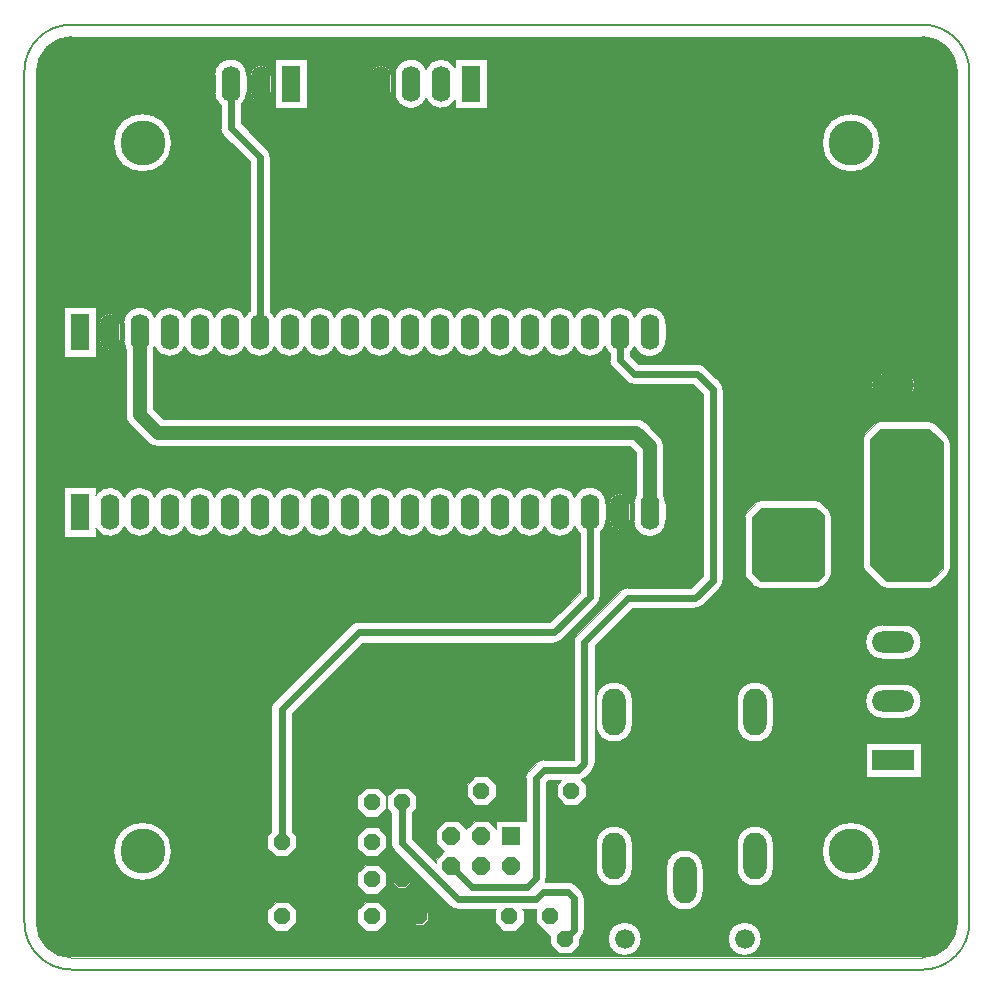
<source format=gbr>
G04 DesignSpark PCB Gerber Version 11.0 Build 5877*
%FSLAX35Y35*%
%MOIN*%
%AMT24*0 Octagon Pad at angle 0*4,1,8,-0.01077,-0.02600,0.01077,-0.02600,0.02600,-0.01077,0.02600,0.01077,0.01077,0.02600,-0.01077,0.02600,-0.02600,0.01077,-0.02600,-0.01077,-0.01077,-0.02600,0*%
%ADD24T24*%
%AMT73*0 Octagon Pad at angle 0*4,1,8,-0.01243,-0.03000,0.01243,-0.03000,0.03000,-0.01243,0.03000,0.01243,0.01243,0.03000,-0.01243,0.03000,-0.03000,0.01243,-0.03000,-0.01243,-0.01243,-0.03000,0*%
%ADD73T73*%
%ADD23O,0.06299X0.12000*%
%ADD28O,0.07800X0.15600*%
%ADD22R,0.06299X0.12000*%
%ADD29R,0.11024X0.14961*%
%ADD72R,0.06000X0.06000*%
%ADD19C,0.00394*%
%ADD12C,0.00500*%
%ADD70C,0.02362*%
%ADD71C,0.04724*%
%ADD21C,0.06000*%
%ADD25C,0.06600*%
%ADD20C,0.14961*%
%ADD27O,0.14100X0.07050*%
%ADD26R,0.14100X0.07050*%
X0Y0D02*
D02*
D12*
X1957480Y1658031D02*
Y1941929D01*
G75*
G03*
X1941929Y1957480I-15551J0D01*
G01*
X1658031D01*
G75*
G03*
X1642520Y1941969I0J-15512D01*
G01*
Y1658268D01*
G75*
G03*
X1658268Y1642520I15748J0D01*
G01*
X1941969D01*
G75*
G03*
X1957480Y1658031I0J15512D01*
G01*
D02*
D19*
X1646457Y1657992D02*
G75*
G03*
X1657992Y1646457I11535J0D01*
G01*
X1941811D01*
G75*
G03*
X1953543Y1658189I0J11732D01*
G01*
Y1941772D01*
G75*
G03*
X1941772Y1953543I-11772J0D01*
G01*
X1658268D01*
G75*
G03*
X1646457Y1941732I0J-11811D01*
G01*
Y1657992D01*
X1667599Y1857928D02*
G75*
G02*
X1674288I3344J0D01*
G01*
Y1852228D01*
G75*
G02*
X1667599I-3344J0D01*
G01*
Y1857928D01*
X1672213Y1918110D02*
G75*
G02*
X1691567I9677J0D01*
G01*
G75*
G02*
X1672213I-9677J0D01*
G01*
X1875307Y1772209D02*
Y1835906D01*
G75*
G03*
X1874314Y1838298I-3378J0D01*
G01*
X1869203Y1843409D01*
G75*
G03*
X1866811Y1844402I-2392J-2385D01*
G01*
X1847029D01*
X1844323Y1847108D01*
Y1848083D01*
G75*
G03*
X1845945Y1850334I-3378J4144D01*
G01*
G75*
G03*
X1856292Y1852228I5000J1893D01*
G01*
Y1857928D01*
G75*
G03*
X1845945Y1859822I-5346J0D01*
G01*
G75*
G03*
X1835945I-5000J-1893D01*
G01*
G75*
G03*
X1825945I-5000J-1893D01*
G01*
G75*
G03*
X1815945I-5000J-1893D01*
G01*
G75*
G03*
X1805945I-5000J-1893D01*
G01*
G75*
G03*
X1795945I-5000J-1893D01*
G01*
G75*
G03*
X1785945I-5000J-1893D01*
G01*
G75*
G03*
X1775945I-5000J-1893D01*
G01*
G75*
G03*
X1765945I-5000J-1893D01*
G01*
G75*
G03*
X1755945I-5000J-1893D01*
G01*
G75*
G03*
X1745945I-5000J-1893D01*
G01*
G75*
G03*
X1735945I-5000J-1893D01*
G01*
G75*
G03*
X1725945I-5000J-1893D01*
G01*
G75*
G03*
X1724323Y1862073I-5000J-1893D01*
G01*
Y1913461D01*
G75*
G03*
Y1913464I-1014J2D01*
G01*
G75*
G03*
Y1913465I-765J0D01*
G01*
G75*
G03*
X1723333Y1915853I-3378J0D01*
G01*
X1714638Y1924549D01*
Y1930800D01*
G75*
G03*
X1716607Y1934944I-3378J4144D01*
G01*
Y1940645D01*
G75*
G03*
X1705914I-5346J0D01*
G01*
Y1934944D01*
G75*
G03*
X1707882Y1930800I5346J0D01*
G01*
Y1923154D01*
G75*
G03*
Y1923150I1014J-2D01*
G01*
G75*
G03*
X1708871Y1920761I3378J-1D01*
G01*
X1717567Y1912065D01*
Y1862072D01*
G75*
G03*
X1715945Y1859822I3378J-4144D01*
G01*
G75*
G03*
X1705945I-5000J-1893D01*
G01*
G75*
G03*
X1695945I-5000J-1893D01*
G01*
G75*
G03*
X1685945I-5000J-1893D01*
G01*
G75*
G03*
X1675599Y1857928I-5000J-1893D01*
G01*
Y1852228D01*
G75*
G03*
X1676386Y1849435I5346J0D01*
G01*
Y1827441D01*
G75*
G03*
X1677721Y1824217I4559J0D01*
G01*
X1683666Y1818272D01*
G75*
G03*
X1686894Y1816937I3224J3224D01*
G01*
X1844529D01*
X1846386Y1815080D01*
Y1800720D01*
G75*
G03*
X1845599Y1797928I4559J-2792D01*
G01*
Y1792228D01*
G75*
G03*
X1856292I5346J0D01*
G01*
Y1797928D01*
G75*
G03*
X1855504Y1800722I-5346J0D01*
G01*
Y1816969D01*
G75*
G03*
X1854165Y1820196I-4559J0D01*
G01*
X1849645Y1824716D01*
G75*
G03*
X1846417Y1826055I-3228J-3220D01*
G01*
X1688778D01*
X1685504Y1829330D01*
Y1849434D01*
G75*
G03*
X1685945Y1850334I-4558J2793D01*
G01*
G75*
G03*
X1695945I5000J1893D01*
G01*
G75*
G03*
X1705945I5000J1893D01*
G01*
G75*
G03*
X1715945I5000J1893D01*
G01*
G75*
G03*
X1725945I5000J1893D01*
G01*
G75*
G03*
X1735945I5000J1893D01*
G01*
G75*
G03*
X1745945I5000J1893D01*
G01*
G75*
G03*
X1755945I5000J1893D01*
G01*
G75*
G03*
X1765945I5000J1893D01*
G01*
G75*
G03*
X1775945I5000J1893D01*
G01*
G75*
G03*
X1785945I5000J1893D01*
G01*
G75*
G03*
X1795945I5000J1893D01*
G01*
G75*
G03*
X1805945I5000J1893D01*
G01*
G75*
G03*
X1815945I5000J1893D01*
G01*
G75*
G03*
X1825945I5000J1893D01*
G01*
G75*
G03*
X1835945I5000J1893D01*
G01*
G75*
G03*
X1837567Y1848084I5000J1893D01*
G01*
Y1845713D01*
G75*
G03*
Y1845709I1014J-2D01*
G01*
G75*
G03*
X1838556Y1843320I3378J-1D01*
G01*
X1843241Y1838635D01*
G75*
G03*
X1845634Y1837646I2389J2389D01*
G01*
X1865412D01*
X1868551Y1834506D01*
Y1773604D01*
X1864743Y1769795D01*
X1843823D01*
G75*
G03*
X1841430Y1768806I-4J-3378D01*
G01*
X1826785Y1754160D01*
G75*
G03*
X1825795Y1751772I2389J-2389D01*
G01*
G75*
G03*
Y1751771I765J0D01*
G01*
G75*
G03*
Y1751768I1014J-2D01*
G01*
Y1712620D01*
X1825609Y1712433D01*
X1815787D01*
G75*
G03*
X1813395Y1711440I0J-3378D01*
G01*
X1810568Y1708613D01*
G75*
G03*
X1809575Y1706220I2385J-2392D01*
G01*
Y1692125D01*
X1799646D01*
Y1689474D01*
X1796994Y1692126D01*
X1792691D01*
X1789843Y1689278D01*
X1786994Y1692126D01*
X1782691D01*
X1779646Y1689081D01*
Y1684778D01*
X1782494Y1681929D01*
X1779646Y1679081D01*
Y1678084D01*
X1771606Y1686124D01*
Y1694863D01*
X1773025Y1696282D01*
Y1700254D01*
X1770214Y1703065D01*
X1766243D01*
X1763431Y1700254D01*
Y1696282D01*
X1764850Y1694863D01*
Y1684728D01*
G75*
G03*
Y1684725I1014J-2D01*
G01*
G75*
G03*
Y1684724I765J0D01*
G01*
G75*
G03*
X1765840Y1682336I3378J0D01*
G01*
X1784501Y1663674D01*
G75*
G03*
X1786894Y1662685I2389J2389D01*
G01*
X1799741D01*
X1799298Y1662242D01*
Y1658270D01*
X1802109Y1655459D01*
X1806080D01*
X1808891Y1658270D01*
Y1662242D01*
X1808448Y1662685D01*
X1813189D01*
G75*
G03*
X1813368Y1662690I0J3378D01*
G01*
X1812920Y1662242D01*
Y1658270D01*
X1817568Y1653622D01*
Y1651269D01*
X1817598Y1651299D01*
X1818139Y1650551D01*
X1820731Y1647959D01*
X1824702D01*
X1827513Y1650770D01*
Y1652776D01*
X1827936Y1653198D01*
G75*
G03*
X1828929Y1655591I-2385J2392D01*
G01*
Y1666417D01*
G75*
G03*
X1827936Y1668809I-3378J0D01*
G01*
X1826054Y1670692D01*
G75*
G03*
X1823661Y1671685I-2392J-2385D01*
G01*
X1816068D01*
G75*
G03*
X1816331Y1672992I-3115J1307D01*
G01*
G75*
G03*
Y1672993I-765J0D01*
G01*
G75*
G03*
Y1672996I-1014J2D01*
G01*
Y1704821D01*
X1817187Y1705677D01*
X1821532D01*
X1820046Y1704191D01*
Y1700219D01*
X1822857Y1697408D01*
X1826828D01*
X1829639Y1700219D01*
Y1704191D01*
X1828003Y1705827D01*
G75*
G03*
X1829396Y1706667I-995J3228D01*
G01*
X1831562Y1708832D01*
G75*
G03*
X1832551Y1711220I-2389J2389D01*
G01*
G75*
G03*
Y1711221I-765J0D01*
G01*
G75*
G03*
Y1711224I-1014J2D01*
G01*
Y1750372D01*
X1845218Y1763039D01*
X1866138D01*
G75*
G03*
X1868530Y1764029I4J3378D01*
G01*
X1874318Y1769816D01*
G75*
G03*
X1875307Y1772205I-2389J2389D01*
G01*
G75*
G03*
Y1772206I-765J0D01*
G01*
G75*
G03*
Y1772209I-1014J2D01*
G01*
X1856500Y1676243D02*
G75*
G02*
X1868695I6098J0D01*
G01*
Y1668444D01*
G75*
G02*
X1856500I-6097J0D01*
G01*
Y1676243D01*
X1833000Y1684243D02*
G75*
G02*
X1845195I6098J0D01*
G01*
Y1676444D01*
G75*
G02*
X1833000I-6097J0D01*
G01*
Y1684243D01*
X1837102Y1652756D02*
G75*
G02*
X1848095I5497J0D01*
G01*
G75*
G02*
X1837102I-5497J0D01*
G01*
X1833000Y1732243D02*
G75*
G02*
X1845195I6098J0D01*
G01*
Y1724444D01*
G75*
G02*
X1833000I-6097J0D01*
G01*
Y1732243D01*
X1813873Y1655551D02*
X1815511Y1653913D01*
Y1651599D01*
X1813873Y1649961D01*
X1811560D01*
X1809922Y1651599D01*
Y1653913D01*
X1811560Y1655551D01*
X1813873D01*
X1775251Y1663051D02*
X1776889Y1661413D01*
Y1659099D01*
X1775251Y1657461D01*
X1772938D01*
X1771300Y1659099D01*
Y1661413D01*
X1772938Y1663051D01*
X1775251D01*
X1769385Y1675433D02*
X1771023Y1673794D01*
Y1671481D01*
X1769385Y1669843D01*
X1767072D01*
X1765433Y1671481D01*
Y1673794D01*
X1767072Y1675433D01*
X1769385D01*
X1837599Y1797928D02*
G75*
G02*
X1844288I3344J0D01*
G01*
Y1792228D01*
G75*
G02*
X1837599I-3344J0D01*
G01*
Y1797928D01*
X1717914Y1940645D02*
G75*
G02*
X1724603I3344J0D01*
G01*
Y1934944D01*
G75*
G02*
X1717914I-3344J0D01*
G01*
Y1940645D01*
X1725914Y1945991D02*
X1736607D01*
Y1929598D01*
X1725914D01*
Y1945991D01*
X1758032Y1940645D02*
G75*
G02*
X1764721I3344J0D01*
G01*
Y1934944D01*
G75*
G02*
X1758032I-3344J0D01*
G01*
Y1940645D01*
X1786032Y1945991D02*
X1796725D01*
Y1929598D01*
X1786032D01*
Y1932312D01*
G75*
G02*
X1776378Y1933051I-4654J2632D01*
G01*
G75*
G02*
X1766032Y1934944I-5000J1893D01*
G01*
Y1940645D01*
G75*
G02*
X1776378Y1942538I5346J0D01*
G01*
G75*
G02*
X1786032Y1943277I5000J-1893D01*
G01*
Y1945991D01*
X1877102Y1652756D02*
G75*
G02*
X1888095I5497J0D01*
G01*
G75*
G02*
X1877102I-5497J0D01*
G01*
X1880000Y1684243D02*
G75*
G02*
X1892195I6098J0D01*
G01*
Y1676444D01*
G75*
G02*
X1880000I-6097J0D01*
G01*
Y1684243D01*
Y1732243D02*
G75*
G02*
X1892195I6098J0D01*
G01*
Y1724444D01*
G75*
G02*
X1880000I-6097J0D01*
G01*
Y1732243D01*
X1910630Y1795669D02*
G75*
G02*
X1911331Y1793976I-1693J-1693D01*
G01*
Y1774094D01*
G75*
G02*
X1910630Y1772402I-2394J0D01*
G01*
X1908582Y1770355D01*
G75*
G02*
X1906888Y1769654I-1693J1693D01*
G01*
X1887561D01*
G75*
G02*
X1885867Y1770355I-1J2394D01*
G01*
X1883307Y1772914D01*
G75*
G02*
X1882606Y1774606I1693J1693D01*
G01*
Y1793425D01*
G75*
G02*
X1883307Y1795118I2394J0D01*
G01*
X1886378Y1798189D01*
G75*
G02*
X1888072Y1798890I1693J-1693D01*
G01*
X1906416D01*
G75*
G02*
X1908110Y1798189I1J-2394D01*
G01*
X1910630Y1795669D01*
X1908433Y1681890D02*
G75*
G02*
X1927787I9677J0D01*
G01*
G75*
G02*
X1908433I-9677J0D01*
G01*
Y1918110D02*
G75*
G02*
X1927787I9677J0D01*
G01*
G75*
G02*
X1908433I-9677J0D01*
G01*
X1950315Y1819921D02*
G75*
G02*
X1951016Y1818228I-1693J-1693D01*
G01*
Y1776142D01*
G75*
G02*
X1950315Y1774449I-2394J0D01*
G01*
X1946220Y1770355D01*
G75*
G02*
X1944526Y1769654I-1693J1693D01*
G01*
X1929726D01*
G75*
G02*
X1928032Y1770355I-1J2394D01*
G01*
X1922756Y1775630D01*
G75*
G02*
X1922055Y1777323I1693J1693D01*
G01*
Y1819409D01*
G75*
G02*
X1922756Y1821102I2394J0D01*
G01*
X1926221Y1824567D01*
G75*
G02*
X1927915Y1825268I1693J-1693D01*
G01*
X1943975D01*
G75*
G02*
X1945669Y1824567I1J-2394D01*
G01*
X1950315Y1819921D01*
X1922918Y1718046D02*
X1941414D01*
Y1706602D01*
X1922918D01*
Y1718046D01*
X1935689Y1737731D02*
G75*
G02*
Y1726287I0J-5722D01*
G01*
X1928642D01*
G75*
G02*
Y1737731I0J5722D01*
G01*
X1935689D01*
Y1757417D02*
G75*
G02*
Y1745972I0J-5722D01*
G01*
X1928642D01*
G75*
G02*
Y1757417I0J5722D01*
G01*
X1935689D01*
X1935611Y1841121D02*
G75*
G02*
X1939331Y1837401I0J-3720D01*
G01*
G75*
G02*
X1935611Y1833680I-3720J0D01*
G01*
X1928563D01*
G75*
G02*
X1924843Y1837401I0J3720D01*
G01*
G75*
G02*
X1928563Y1841121I3720J0D01*
G01*
X1935611D01*
X1825945Y1799822D02*
G75*
G02*
X1836292Y1797928I5000J-1893D01*
G01*
Y1792228D01*
G75*
G02*
X1834323Y1788083I-5346J0D01*
G01*
Y1766736D01*
G75*
G02*
Y1766733I-1014J-2D01*
G01*
G75*
G02*
Y1766732I-765J0D01*
G01*
G75*
G02*
X1833333Y1764344I-3378J0D01*
G01*
X1821522Y1752533D01*
G75*
G02*
X1819130Y1751543I-2389J2389D01*
G01*
X1755297D01*
X1731606Y1727853D01*
Y1688523D01*
X1733025Y1687104D01*
Y1683132D01*
X1730214Y1680321D01*
X1726243D01*
X1723431Y1683132D01*
Y1687104D01*
X1724850Y1688523D01*
Y1729248D01*
G75*
G02*
Y1729251I1014J2D01*
G01*
G75*
G02*
Y1729252I765J0D01*
G01*
G75*
G02*
X1725840Y1731641I3378J0D01*
G01*
X1751509Y1757310D01*
G75*
G02*
X1753902Y1758299I2389J-2389D01*
G01*
X1817735D01*
X1827567Y1768131D01*
Y1788084D01*
G75*
G02*
X1825945Y1790334I3378J4144D01*
G01*
G75*
G02*
X1815945I-5000J1893D01*
G01*
G75*
G02*
X1805945I-5000J1893D01*
G01*
G75*
G02*
X1795945I-5000J1893D01*
G01*
G75*
G02*
X1785945I-5000J1893D01*
G01*
G75*
G02*
X1775945I-5000J1893D01*
G01*
G75*
G02*
X1765945I-5000J1893D01*
G01*
G75*
G02*
X1755945I-5000J1893D01*
G01*
G75*
G02*
X1745945I-5000J1893D01*
G01*
G75*
G02*
X1735945I-5000J1893D01*
G01*
G75*
G02*
X1725945I-5000J1893D01*
G01*
G75*
G02*
X1715945I-5000J1893D01*
G01*
G75*
G02*
X1705945I-5000J1893D01*
G01*
G75*
G02*
X1695945I-5000J1893D01*
G01*
G75*
G02*
X1685945I-5000J1893D01*
G01*
G75*
G02*
X1675945I-5000J1893D01*
G01*
G75*
G02*
X1666292Y1789595I-5000J1893D01*
G01*
Y1786881D01*
X1655599D01*
Y1803275D01*
X1666292D01*
Y1800561D01*
G75*
G02*
X1675945Y1799822I4654J-2632D01*
G01*
G75*
G02*
X1685945I5000J-1893D01*
G01*
G75*
G02*
X1695945I5000J-1893D01*
G01*
G75*
G02*
X1705945I5000J-1893D01*
G01*
G75*
G02*
X1715945I5000J-1893D01*
G01*
G75*
G02*
X1725945I5000J-1893D01*
G01*
G75*
G02*
X1735945I5000J-1893D01*
G01*
G75*
G02*
X1745945I5000J-1893D01*
G01*
G75*
G02*
X1755945I5000J-1893D01*
G01*
G75*
G02*
X1765945I5000J-1893D01*
G01*
G75*
G02*
X1775945I5000J-1893D01*
G01*
G75*
G02*
X1785945I5000J-1893D01*
G01*
G75*
G02*
X1795945I5000J-1893D01*
G01*
G75*
G02*
X1805945I5000J-1893D01*
G01*
G75*
G02*
X1815945I5000J-1893D01*
G01*
G75*
G02*
X1825945I5000J-1893D01*
G01*
X1796828Y1707002D02*
X1799639Y1704191D01*
Y1700219D01*
X1796828Y1697408D01*
X1792857D01*
X1790046Y1700219D01*
Y1704191D01*
X1792857Y1707002D01*
X1796828D01*
X1760214Y1665053D02*
X1763025Y1662242D01*
Y1658270D01*
X1760214Y1655459D01*
X1756243D01*
X1753431Y1658270D01*
Y1662242D01*
X1756243Y1665053D01*
X1760214D01*
Y1677435D02*
X1763025Y1674624D01*
Y1670652D01*
X1760214Y1667841D01*
X1756243D01*
X1753431Y1670652D01*
Y1674624D01*
X1756243Y1677435D01*
X1760214D01*
Y1689915D02*
X1763025Y1687104D01*
Y1683132D01*
X1760214Y1680321D01*
X1756243D01*
X1753431Y1683132D01*
Y1687104D01*
X1756243Y1689915D01*
X1760214D01*
Y1703065D02*
X1763025Y1700254D01*
Y1696282D01*
X1760214Y1693471D01*
X1756243D01*
X1753431Y1696282D01*
Y1700254D01*
X1756243Y1703065D01*
X1760214D01*
X1730214Y1665053D02*
X1733025Y1662242D01*
Y1658270D01*
X1730214Y1655459D01*
X1726243D01*
X1723431Y1658270D01*
Y1662242D01*
X1726243Y1665053D01*
X1730214D01*
X1672213Y1681890D02*
G75*
G02*
X1691567I9677J0D01*
G01*
G75*
G02*
X1672213I-9677J0D01*
G01*
X1655599Y1863275D02*
X1666292D01*
Y1846881D01*
X1655599D01*
Y1863275D01*
X1647714Y1652756D02*
G36*
X1647714Y1652756D02*
G75*
G03*
X1655870Y1646654I10279J5237D01*
G01*
X1943951D01*
G75*
G03*
X1952209Y1652756I-2140J11536D01*
G01*
X1888095D01*
G75*
G02*
X1877102I-5497J0D01*
G01*
X1848095D01*
G75*
G02*
X1837102I-5497J0D01*
G01*
X1827513D01*
Y1650770D01*
X1824702Y1647959D01*
X1820731D01*
X1818139Y1650551D01*
X1817598Y1651299D01*
X1817568Y1651269D01*
Y1652756D01*
X1815511D01*
Y1651599D01*
X1813873Y1649961D01*
X1811560D01*
X1809922Y1651599D01*
Y1652756D01*
X1647714D01*
G37*
X1646654Y1660256D02*
G36*
X1646654Y1660256D02*
Y1655870D01*
G75*
G03*
X1647714Y1652756I11340J2122D01*
G01*
X1809922D01*
Y1653913D01*
X1811560Y1655551D01*
X1813873D01*
X1815511Y1653913D01*
Y1652756D01*
X1817568D01*
Y1653622D01*
X1812920Y1658270D01*
Y1660256D01*
X1808891D01*
Y1658270D01*
X1806080Y1655459D01*
X1802109D01*
X1799298Y1658270D01*
Y1660256D01*
X1776889D01*
Y1659099D01*
X1775251Y1657461D01*
X1772938D01*
X1771300Y1659099D01*
Y1660256D01*
X1763025D01*
Y1658270D01*
X1760214Y1655459D01*
X1756243D01*
X1753431Y1658270D01*
Y1660256D01*
X1733025D01*
Y1658270D01*
X1730214Y1655459D01*
X1726243D01*
X1723431Y1658270D01*
Y1660256D01*
X1646654D01*
G37*
X1827513Y1652776D02*
G36*
X1827513Y1652776D02*
Y1652756D01*
X1837102D01*
G75*
G02*
X1848095I5497J0D01*
G01*
X1877102D01*
G75*
G02*
X1888095I5497J0D01*
G01*
X1952209D01*
G75*
G03*
X1953346Y1656049I-10399J5433D01*
G01*
Y1660256D01*
X1828929D01*
Y1655591D01*
G75*
G02*
X1827936Y1653198I-3381J1D01*
G01*
X1827513Y1652776D01*
G37*
X1646654Y1672344D02*
G36*
X1646654Y1672344D02*
Y1660256D01*
X1723431D01*
Y1662242D01*
X1726243Y1665053D01*
X1730214D01*
X1733025Y1662242D01*
Y1660256D01*
X1753431D01*
Y1662242D01*
X1756243Y1665053D01*
X1760214D01*
X1763025Y1662242D01*
Y1660256D01*
X1771300D01*
Y1661413D01*
X1772938Y1663051D01*
X1775251D01*
X1776889Y1661413D01*
Y1660256D01*
X1799298D01*
Y1662242D01*
X1799741Y1662685D01*
X1786894D01*
G75*
G02*
X1784501Y1663674I-4J3377D01*
G01*
X1775832Y1672344D01*
X1771023D01*
Y1671481D01*
X1769385Y1669843D01*
X1767072D01*
X1765433Y1671481D01*
Y1672344D01*
X1763025D01*
Y1670652D01*
X1760214Y1667841D01*
X1756243D01*
X1753431Y1670652D01*
Y1672344D01*
X1683477D01*
G75*
G02*
X1680302I-1587J9546D01*
G01*
X1646654D01*
G37*
X1808891Y1662242D02*
G36*
X1808891Y1662242D02*
Y1660256D01*
X1812920D01*
Y1662242D01*
X1813368Y1662690D01*
G75*
G02*
X1813189Y1662685I-179J3381D01*
G01*
X1808448D01*
X1808891Y1662242D01*
G37*
X1816268Y1672344D02*
G36*
X1816268Y1672344D02*
G75*
G02*
X1816068Y1671685I-3324J650D01*
G01*
X1823661D01*
G75*
G02*
X1826054Y1670692I-1J-3381D01*
G01*
X1827936Y1668809D01*
G75*
G02*
X1828929Y1666417I-2388J-2393D01*
G01*
Y1660256D01*
X1953346D01*
Y1672344D01*
X1919698D01*
G75*
G02*
X1916523I-1587J9546D01*
G01*
X1890611D01*
G75*
G02*
X1881585I-4513J4101D01*
G01*
X1868695D01*
Y1668444D01*
G75*
G02*
X1856500I-6097J0D01*
G01*
Y1672344D01*
X1843611D01*
G75*
G02*
X1834585I-4513J4101D01*
G01*
X1816268D01*
G37*
X1646654Y1681890D02*
G36*
X1646654Y1681890D02*
Y1672344D01*
X1680302D01*
G75*
G02*
X1672213Y1681890I1587J9546D01*
G01*
X1646654D01*
G37*
X1691567D02*
G36*
X1691567Y1681890D02*
G75*
G02*
X1683477Y1672344I-9677J0D01*
G01*
X1753431D01*
Y1674624D01*
X1756243Y1677435D01*
X1760214D01*
X1763025Y1674624D01*
Y1672344D01*
X1765433D01*
Y1673794D01*
X1767072Y1675433D01*
X1769385D01*
X1771023Y1673794D01*
Y1672344D01*
X1775832D01*
X1766286Y1681890D01*
X1761783D01*
X1760214Y1680321D01*
X1756243D01*
X1754674Y1681890D01*
X1731783D01*
X1730214Y1680321D01*
X1726243D01*
X1724674Y1681890D01*
X1691567D01*
G37*
X1775840D02*
G36*
X1775840Y1681890D02*
X1779646Y1678084D01*
Y1679081D01*
X1782455Y1681890D01*
X1775840D01*
G37*
X1816331Y1672992D02*
G36*
X1816331Y1672992D02*
G75*
G02*
X1816268Y1672344I-3387J2D01*
G01*
X1834585D01*
G75*
G02*
X1833000Y1676444I4513J4100D01*
G01*
Y1681890D01*
X1816331D01*
Y1672996D01*
Y1672993D01*
Y1672992D01*
G37*
X1845195Y1676444D02*
G36*
X1845195Y1676444D02*
G75*
G02*
X1843611Y1672344I-6097J0D01*
G01*
X1856500D01*
Y1676243D01*
Y1676244D01*
G75*
G02*
X1860296Y1681890I6097J0D01*
G01*
X1845195D01*
Y1676444D01*
G37*
X1868695Y1676243D02*
G36*
X1868695Y1676243D02*
Y1672344D01*
X1881585D01*
G75*
G02*
X1880000Y1676444I4513J4100D01*
G01*
Y1681890D01*
X1864900D01*
G75*
G02*
X1868695Y1676244I-2302J-5646D01*
G01*
Y1676243D01*
G37*
X1892195Y1676444D02*
G36*
X1892195Y1676444D02*
G75*
G02*
X1890611Y1672344I-6097J0D01*
G01*
X1916523D01*
G75*
G02*
X1908433Y1681890I1587J9546D01*
G01*
X1892195D01*
Y1676444D01*
G37*
X1927787Y1681890D02*
G36*
X1927787Y1681890D02*
G75*
G02*
X1919698Y1672344I-9677J0D01*
G01*
X1953346D01*
Y1681890D01*
X1927787D01*
G37*
X1646654Y1702205D02*
G36*
X1646654Y1702205D02*
Y1681890D01*
X1672213D01*
G75*
G02*
X1691567I9677J0D01*
G01*
X1724674D01*
X1723431Y1683132D01*
Y1687104D01*
X1724850Y1688523D01*
Y1702205D01*
X1646654D01*
G37*
X1731606D02*
G36*
X1731606Y1702205D02*
Y1688523D01*
X1733025Y1687104D01*
Y1683132D01*
X1731783Y1681890D01*
X1754674D01*
X1753431Y1683132D01*
Y1687104D01*
X1756243Y1689915D01*
X1760214D01*
X1763025Y1687104D01*
Y1683132D01*
X1761783Y1681890D01*
X1766286D01*
X1765840Y1682336D01*
G75*
G02*
X1764850Y1684724I2389J2389D01*
G01*
Y1684725D01*
Y1684728D01*
Y1694863D01*
X1763431Y1696282D01*
Y1700254D01*
X1765383Y1702205D01*
X1761074D01*
X1763025Y1700254D01*
Y1696282D01*
X1760214Y1693471D01*
X1756243D01*
X1753431Y1696282D01*
Y1700254D01*
X1755383Y1702205D01*
X1731606D01*
G37*
X1771606Y1694863D02*
G36*
X1771606Y1694863D02*
Y1686124D01*
X1775840Y1681890D01*
X1782455D01*
X1782494Y1681929D01*
X1779646Y1684778D01*
Y1689081D01*
X1782691Y1692126D01*
X1786994D01*
X1789843Y1689278D01*
X1792691Y1692126D01*
X1796994D01*
X1799646Y1689474D01*
Y1692125D01*
X1809575D01*
Y1702205D01*
X1799639D01*
Y1700219D01*
X1796828Y1697408D01*
X1792857D01*
X1790046Y1700219D01*
Y1702205D01*
X1771074D01*
X1773025Y1700254D01*
Y1696282D01*
X1771606Y1694863D01*
G37*
X1816331Y1702205D02*
G36*
X1816331Y1702205D02*
Y1681890D01*
X1833000D01*
Y1684243D01*
Y1684244D01*
G75*
G02*
X1845195I6098J0D01*
G01*
Y1684243D01*
Y1681890D01*
X1860296D01*
G75*
G02*
X1864900I2302J-5646D01*
G01*
X1880000D01*
Y1684243D01*
Y1684244D01*
G75*
G02*
X1892195I6098J0D01*
G01*
Y1684243D01*
Y1681890D01*
X1908433D01*
G75*
G02*
X1927787I9677J0D01*
G01*
X1953346D01*
Y1702205D01*
X1829639D01*
Y1700219D01*
X1826828Y1697408D01*
X1822857D01*
X1820046Y1700219D01*
Y1702205D01*
X1816331D01*
G37*
X1646654Y1712324D02*
G36*
X1646654Y1712324D02*
Y1702205D01*
X1724850D01*
Y1712324D01*
X1646654D01*
G37*
X1731606D02*
G36*
X1731606Y1712324D02*
Y1702205D01*
X1755383D01*
X1756243Y1703065D01*
X1760214D01*
X1761074Y1702205D01*
X1765383D01*
X1766243Y1703065D01*
X1770214D01*
X1771074Y1702205D01*
X1790046D01*
Y1704191D01*
X1792857Y1707002D01*
X1796828D01*
X1799639Y1704191D01*
Y1702205D01*
X1809575D01*
Y1706220D01*
G75*
G02*
X1810568Y1708613I3381J-1D01*
G01*
X1813395Y1711440D01*
G75*
G02*
X1814937Y1712324I2393J-2387D01*
G01*
X1731606D01*
G37*
X1816331Y1704821D02*
G36*
X1816331Y1704821D02*
Y1702205D01*
X1820046D01*
Y1704191D01*
X1821532Y1705677D01*
X1817187D01*
X1816331Y1704821D01*
G37*
X1829396Y1706667D02*
G36*
X1829396Y1706667D02*
G75*
G02*
X1828003Y1705827I-2391J2394D01*
G01*
X1829639Y1704191D01*
Y1702205D01*
X1953346D01*
Y1712324D01*
X1941414D01*
Y1706602D01*
X1922918D01*
Y1712324D01*
X1832551D01*
Y1711224D01*
Y1711221D01*
Y1711220D01*
G75*
G02*
X1831562Y1708832I-3378J0D01*
G01*
X1829396Y1706667D01*
G37*
X1646654Y1728344D02*
G36*
X1646654Y1728344D02*
Y1712324D01*
X1724850D01*
Y1728344D01*
X1646654D01*
G37*
X1731606Y1727853D02*
G36*
X1731606Y1727853D02*
Y1712324D01*
X1814937D01*
G75*
G02*
X1815787Y1712433I852J-3272D01*
G01*
X1825609D01*
X1825795Y1712620D01*
Y1728344D01*
X1732097D01*
X1731606Y1727853D01*
G37*
X1832551Y1728344D02*
G36*
X1832551Y1728344D02*
Y1712324D01*
X1922918D01*
Y1718046D01*
X1941414D01*
Y1712324D01*
X1953346D01*
Y1728344D01*
X1940084D01*
G75*
G02*
X1935689Y1726287I-4394J3665D01*
G01*
X1928642D01*
G75*
G02*
X1924248Y1728344I0J5722D01*
G01*
X1892195D01*
Y1724444D01*
G75*
G02*
X1880000I-6097J0D01*
G01*
Y1728344D01*
X1845195D01*
Y1724444D01*
G75*
G02*
X1833000I-6097J0D01*
G01*
Y1728344D01*
X1832551D01*
G37*
X1646654Y1751694D02*
G36*
X1646654Y1751694D02*
Y1728344D01*
X1724850D01*
Y1729248D01*
Y1729251D01*
Y1729252D01*
G75*
G02*
X1725840Y1731641I3378J0D01*
G01*
X1745893Y1751694D01*
X1646654D01*
G37*
X1755297Y1751543D02*
G36*
X1755297Y1751543D02*
X1732097Y1728344D01*
X1825795D01*
Y1751694D01*
X1820132D01*
G75*
G02*
X1819130Y1751543I-998J3226D01*
G01*
X1755297D01*
G37*
X1832551Y1750372D02*
G36*
X1832551Y1750372D02*
Y1728344D01*
X1833000D01*
Y1732243D01*
Y1732244D01*
G75*
G02*
X1845195I6098J0D01*
G01*
Y1732243D01*
Y1728344D01*
X1880000D01*
Y1732243D01*
Y1732244D01*
G75*
G02*
X1892195I6098J0D01*
G01*
Y1732243D01*
Y1728344D01*
X1924248D01*
G75*
G02*
X1922920Y1732009I4394J3665D01*
G01*
G75*
G02*
X1928642Y1737731I5722J0D01*
G01*
X1935689D01*
G75*
G02*
X1941412Y1732009I0J-5722D01*
G01*
G75*
G02*
X1940084Y1728344I-5722J0D01*
G01*
X1953346D01*
Y1751694D01*
X1941412D01*
G75*
G02*
X1935689Y1745972I-5722J0D01*
G01*
X1928642D01*
G75*
G02*
X1922920Y1751694I0J5722D01*
G01*
X1833873D01*
X1832551Y1750372D01*
G37*
X1646654Y1795078D02*
G36*
X1646654Y1795078D02*
Y1751694D01*
X1745893D01*
X1751509Y1757310D01*
G75*
G02*
X1753902Y1758299I2388J-2387D01*
G01*
X1817735D01*
X1827567Y1768131D01*
Y1788084D01*
G75*
G02*
X1825945Y1790334I3374J4141D01*
G01*
G75*
G02*
X1815945I-5000J1893D01*
G01*
G75*
G02*
X1805945I-5000J1893D01*
G01*
G75*
G02*
X1795945I-5000J1893D01*
G01*
G75*
G02*
X1785945I-5000J1893D01*
G01*
G75*
G02*
X1775945I-5000J1893D01*
G01*
G75*
G02*
X1765945I-5000J1893D01*
G01*
G75*
G02*
X1755945I-5000J1893D01*
G01*
G75*
G02*
X1745945I-5000J1893D01*
G01*
G75*
G02*
X1735945I-5000J1893D01*
G01*
G75*
G02*
X1725945I-5000J1893D01*
G01*
G75*
G02*
X1715945I-5000J1893D01*
G01*
G75*
G02*
X1705945I-5000J1893D01*
G01*
G75*
G02*
X1695945I-5000J1893D01*
G01*
G75*
G02*
X1685945I-5000J1893D01*
G01*
G75*
G02*
X1675945I-5000J1893D01*
G01*
G75*
G02*
X1666292Y1789595I-5000J1894D01*
G01*
Y1786881D01*
X1655599D01*
Y1795078D01*
X1646654D01*
G37*
X1821522Y1752533D02*
G36*
X1821522Y1752533D02*
G75*
G02*
X1820132Y1751694I-2388J2387D01*
G01*
X1825795D01*
Y1751768D01*
Y1751771D01*
Y1751772D01*
G75*
G02*
X1826785Y1754160I3378J0D01*
G01*
X1841430Y1768806D01*
G75*
G02*
X1843823Y1769795I2388J-2387D01*
G01*
X1864743D01*
X1868551Y1773604D01*
Y1795078D01*
X1856292D01*
Y1792228D01*
G75*
G02*
X1845599I-5346J0D01*
G01*
Y1795078D01*
X1844288D01*
Y1792228D01*
G75*
G02*
X1837599I-3344J0D01*
G01*
Y1795078D01*
X1836292D01*
Y1792228D01*
G75*
G02*
X1834323Y1788083I-5348J0D01*
G01*
Y1766736D01*
Y1766733D01*
Y1766732D01*
G75*
G02*
X1833333Y1764344I-3378J0D01*
G01*
X1821522Y1752533D01*
G37*
X1845218Y1763039D02*
G36*
X1845218Y1763039D02*
X1833873Y1751694D01*
X1922920D01*
G75*
G02*
X1928642Y1757417I5722J0D01*
G01*
X1935689D01*
G75*
G02*
X1941412Y1751694I0J-5722D01*
G01*
X1953346D01*
Y1795078D01*
X1951016D01*
Y1776142D01*
G75*
G02*
X1950315Y1774449I-2393J0D01*
G01*
X1946220Y1770355D01*
G75*
G02*
X1944526Y1769654I-1692J1691D01*
G01*
X1929726D01*
G75*
G02*
X1928032Y1770355I-2J2393D01*
G01*
X1922756Y1775630D01*
G75*
G02*
X1922055Y1777323I1692J1693D01*
G01*
Y1795078D01*
X1911062D01*
G75*
G02*
X1911331Y1793976I-2125J-1102D01*
G01*
Y1774094D01*
G75*
G02*
X1910630Y1772402I-2393J0D01*
G01*
X1908582Y1770355D01*
G75*
G02*
X1906888Y1769654I-1692J1691D01*
G01*
X1887561D01*
G75*
G02*
X1885867Y1770355I-2J2393D01*
G01*
X1883307Y1772914D01*
G75*
G02*
X1882606Y1774606I1692J1693D01*
G01*
Y1793425D01*
G75*
G02*
X1883269Y1795078I2393J0D01*
G01*
X1875307D01*
Y1772209D01*
Y1772206D01*
Y1772205D01*
G75*
G02*
X1874318Y1769816I-3378J0D01*
G01*
X1868530Y1764029D01*
G75*
G02*
X1866138Y1763039I-2388J2387D01*
G01*
X1845218D01*
G37*
X1646654Y1837401D02*
G36*
X1646654Y1837401D02*
Y1795078D01*
X1655599D01*
Y1803275D01*
X1666292D01*
Y1800561D01*
G75*
G02*
X1675945Y1799822I4654J-2633D01*
G01*
G75*
G02*
X1685945I5000J-1893D01*
G01*
G75*
G02*
X1695945I5000J-1893D01*
G01*
G75*
G02*
X1705945I5000J-1893D01*
G01*
G75*
G02*
X1715945I5000J-1893D01*
G01*
G75*
G02*
X1725945I5000J-1893D01*
G01*
G75*
G02*
X1735945I5000J-1893D01*
G01*
G75*
G02*
X1745945I5000J-1893D01*
G01*
G75*
G02*
X1755945I5000J-1893D01*
G01*
G75*
G02*
X1765945I5000J-1893D01*
G01*
G75*
G02*
X1775945I5000J-1893D01*
G01*
G75*
G02*
X1785945I5000J-1893D01*
G01*
G75*
G02*
X1795945I5000J-1893D01*
G01*
G75*
G02*
X1805945I5000J-1893D01*
G01*
G75*
G02*
X1815945I5000J-1893D01*
G01*
G75*
G02*
X1825945I5000J-1893D01*
G01*
G75*
G02*
X1836292Y1797928I5000J-1893D01*
G01*
Y1795078D01*
X1837599D01*
Y1797928D01*
G75*
G02*
X1844288I3344J0D01*
G01*
Y1795078D01*
X1845599D01*
Y1797928D01*
G75*
G02*
Y1797929I6445J0D01*
G01*
G75*
G02*
X1846386Y1800720I5344J0D01*
G01*
Y1815080D01*
X1844529Y1816937D01*
X1686894D01*
G75*
G02*
X1683666Y1818272I-3J4561D01*
G01*
X1677721Y1824217D01*
G75*
G02*
X1676386Y1827441I3226J3225D01*
G01*
Y1837401D01*
X1646654D01*
G37*
X1685504D02*
G36*
X1685504Y1837401D02*
Y1829330D01*
X1688778Y1826055D01*
X1846417D01*
G75*
G02*
X1849645Y1824716I0J-4559D01*
G01*
X1854165Y1820196D01*
G75*
G02*
X1855504Y1816969I-3220J-3228D01*
G01*
Y1800722D01*
G75*
G02*
X1856292Y1797928I-4560J-2794D01*
G01*
Y1795078D01*
X1868551D01*
Y1834506D01*
X1865657Y1837401D01*
X1685504D01*
G37*
X1875307Y1835906D02*
G36*
X1875307Y1835906D02*
Y1795078D01*
X1883269D01*
G75*
G02*
X1883307Y1795118I1731J-1658D01*
G01*
X1886378Y1798189D01*
G75*
G02*
X1888072Y1798890I1692J-1691D01*
G01*
X1906416D01*
G75*
G02*
X1908110Y1798189I2J-2393D01*
G01*
X1910630Y1795669D01*
G75*
G02*
X1911062Y1795078I-1692J-1693D01*
G01*
X1922055D01*
Y1819409D01*
G75*
G02*
X1922756Y1821102I2393J0D01*
G01*
X1926221Y1824567D01*
G75*
G02*
X1927915Y1825268I1692J-1691D01*
G01*
X1943975D01*
G75*
G02*
X1945669Y1824567I2J-2393D01*
G01*
X1950315Y1819921D01*
G75*
G02*
X1951016Y1818228I-1692J-1693D01*
G01*
Y1795078D01*
X1953346D01*
Y1837401D01*
X1939331D01*
G75*
G02*
X1935611Y1833680I-3720J0D01*
G01*
X1928563D01*
G75*
G02*
X1924843Y1837401I0J3720D01*
G01*
X1874958D01*
G75*
G02*
X1875307Y1835906I-3031J-1496D01*
G01*
G37*
X1646654Y1855078D02*
G36*
X1646654Y1855078D02*
Y1837401D01*
X1676386D01*
Y1849435D01*
G75*
G02*
X1675599Y1852227I4557J2791D01*
G01*
G75*
G02*
Y1852228I6445J0D01*
G01*
Y1855078D01*
X1674288D01*
Y1852228D01*
G75*
G02*
X1667599I-3344J0D01*
G01*
Y1855078D01*
X1666292D01*
Y1846881D01*
X1655599D01*
Y1855078D01*
X1646654D01*
G37*
X1685504Y1849434D02*
G36*
X1685504Y1849434D02*
Y1837401D01*
X1865657D01*
X1865412Y1837646D01*
X1845634D01*
G75*
G02*
X1843241Y1838635I-4J3377D01*
G01*
X1838556Y1843320D01*
G75*
G02*
X1837567Y1845709I2389J2389D01*
G01*
Y1845709D01*
Y1845713D01*
Y1848084D01*
G75*
G02*
X1835945Y1850334I3374J4141D01*
G01*
G75*
G02*
X1825945I-5000J1893D01*
G01*
G75*
G02*
X1815945I-5000J1893D01*
G01*
G75*
G02*
X1805945I-5000J1893D01*
G01*
G75*
G02*
X1795945I-5000J1893D01*
G01*
G75*
G02*
X1785945I-5000J1893D01*
G01*
G75*
G02*
X1775945I-5000J1893D01*
G01*
G75*
G02*
X1765945I-5000J1893D01*
G01*
G75*
G02*
X1755945I-5000J1893D01*
G01*
G75*
G02*
X1745945I-5000J1893D01*
G01*
G75*
G02*
X1735945I-5000J1893D01*
G01*
G75*
G02*
X1725945I-5000J1893D01*
G01*
G75*
G02*
X1715945I-5000J1893D01*
G01*
G75*
G02*
X1705945I-5000J1893D01*
G01*
G75*
G02*
X1695945I-5000J1893D01*
G01*
G75*
G02*
X1685945I-5000J1893D01*
G01*
G75*
G02*
X1685504Y1849434I-5026J1906D01*
G01*
G37*
X1844323Y1848083D02*
G36*
X1844323Y1848083D02*
Y1847108D01*
X1847029Y1844402D01*
X1866811D01*
G75*
G02*
X1869203Y1843409I-1J-3381D01*
G01*
X1874314Y1838298D01*
G75*
G02*
X1874958Y1837401I-2388J-2393D01*
G01*
X1924843D01*
G75*
G02*
X1928563Y1841121I3720J0D01*
G01*
X1935611D01*
G75*
G02*
X1939331Y1837401I0J-3720D01*
G01*
X1953346D01*
Y1855078D01*
X1856292D01*
Y1852228D01*
G75*
G02*
X1845945Y1850334I-5346J0D01*
G01*
G75*
G02*
X1844323Y1848083I-5000J1893D01*
G01*
G37*
X1646654Y1918110D02*
G36*
X1646654Y1918110D02*
Y1855078D01*
X1655599D01*
Y1863275D01*
X1666292D01*
Y1855078D01*
X1667599D01*
Y1857928D01*
G75*
G02*
X1674288I3344J0D01*
G01*
Y1855078D01*
X1675599D01*
Y1857928D01*
G75*
G02*
X1685945Y1859822I5346J0D01*
G01*
G75*
G02*
X1695945I5000J-1893D01*
G01*
G75*
G02*
X1705945I5000J-1893D01*
G01*
G75*
G02*
X1715945I5000J-1893D01*
G01*
G75*
G02*
X1717567Y1862072I4996J-1891D01*
G01*
Y1912065D01*
X1711522Y1918110D01*
X1691567D01*
G75*
G02*
X1672213I-9677J0D01*
G01*
X1646654D01*
G37*
X1721076D02*
G36*
X1721076Y1918110D02*
X1723333Y1915853D01*
G75*
G02*
X1724323Y1913465I-2389J-2389D01*
G01*
Y1913464D01*
Y1913461D01*
Y1862073D01*
G75*
G02*
X1725945Y1859822I-3377J-4144D01*
G01*
G75*
G02*
X1735945I5000J-1893D01*
G01*
G75*
G02*
X1745945I5000J-1893D01*
G01*
G75*
G02*
X1755945I5000J-1893D01*
G01*
G75*
G02*
X1765945I5000J-1893D01*
G01*
G75*
G02*
X1775945I5000J-1893D01*
G01*
G75*
G02*
X1785945I5000J-1893D01*
G01*
G75*
G02*
X1795945I5000J-1893D01*
G01*
G75*
G02*
X1805945I5000J-1893D01*
G01*
G75*
G02*
X1815945I5000J-1893D01*
G01*
G75*
G02*
X1825945I5000J-1893D01*
G01*
G75*
G02*
X1835945I5000J-1893D01*
G01*
G75*
G02*
X1845945I5000J-1893D01*
G01*
G75*
G02*
X1856292Y1857928I5000J-1893D01*
G01*
Y1855078D01*
X1953346D01*
Y1918110D01*
X1927787D01*
G75*
G02*
X1908433I-9677J0D01*
G01*
X1721076D01*
G37*
X1646654Y1937794D02*
G36*
X1646654Y1937794D02*
Y1918110D01*
X1672213D01*
G75*
G02*
X1691567I9677J0D01*
G01*
X1711522D01*
X1708871Y1920761D01*
G75*
G02*
X1707882Y1923150I2389J2389D01*
G01*
Y1923150D01*
Y1923154D01*
Y1930800D01*
G75*
G02*
X1705914Y1934944I3377J4143D01*
G01*
Y1934944D01*
Y1937794D01*
X1646654D01*
G37*
X1714638Y1930800D02*
G36*
X1714638Y1930800D02*
Y1924549D01*
X1721076Y1918110D01*
X1908433D01*
G75*
G02*
X1927787I9677J0D01*
G01*
X1953346D01*
Y1937794D01*
X1796725D01*
Y1929598D01*
X1786032D01*
Y1932312D01*
G75*
G02*
X1776378Y1933051I-4654J2633D01*
G01*
G75*
G02*
X1766032Y1934944I-5000J1893D01*
G01*
Y1937794D01*
X1764721D01*
Y1934944D01*
G75*
G02*
X1758032I-3344J0D01*
G01*
Y1937794D01*
X1736607D01*
Y1929598D01*
X1725914D01*
Y1937794D01*
X1724603D01*
Y1934944D01*
G75*
G02*
X1717914I-3344J0D01*
G01*
Y1937794D01*
X1716607D01*
Y1934944D01*
G75*
G02*
X1714638Y1930800I-5348J0D01*
G01*
G37*
X1646654Y1943880D02*
G36*
X1646654Y1943880D02*
Y1937794D01*
X1705914D01*
Y1940645D01*
G75*
G02*
X1716607I5346J0D01*
G01*
Y1937794D01*
X1717914D01*
Y1940645D01*
G75*
G02*
X1724603I3344J0D01*
G01*
Y1937794D01*
X1725914D01*
Y1945991D01*
X1736607D01*
Y1937794D01*
X1758032D01*
Y1940645D01*
G75*
G02*
X1764721I3344J0D01*
G01*
Y1937794D01*
X1766032D01*
Y1940645D01*
G75*
G02*
X1776378Y1942538I5346J0D01*
G01*
G75*
G02*
X1786032Y1943277I5000J-1894D01*
G01*
Y1945991D01*
X1796725D01*
Y1937794D01*
X1953346D01*
Y1943915D01*
G75*
G03*
X1943915Y1953346I-11575J-2144D01*
G01*
X1656120D01*
G75*
G03*
X1646654Y1943880I2147J-11614D01*
G01*
G37*
X1885000Y1774606D02*
X1887559Y1772047D01*
X1906890D01*
X1908937Y1774094D01*
Y1793976D01*
X1906417Y1796496D01*
X1888071D01*
X1885000Y1793425D01*
Y1774606D01*
G36*
X1885000Y1774606D02*
X1887559Y1772047D01*
X1906890D01*
X1908937Y1774094D01*
Y1793976D01*
X1906417Y1796496D01*
X1888071D01*
X1885000Y1793425D01*
Y1774606D01*
G37*
X1924449Y1777323D02*
X1929724Y1772047D01*
X1944528D01*
X1948622Y1776142D01*
Y1818228D01*
X1943976Y1822874D01*
X1927913D01*
X1924449Y1819409D01*
Y1777323D01*
G36*
X1924449Y1777323D02*
X1929724Y1772047D01*
X1944528D01*
X1948622Y1776142D01*
Y1818228D01*
X1943976Y1822874D01*
X1927913D01*
X1924449Y1819409D01*
Y1777323D01*
G37*
D02*
D70*
X1711260Y1937795D02*
Y1923150D01*
X1720945Y1913465D01*
Y1855079D01*
X1728228Y1685118D02*
Y1729252D01*
X1753898Y1754921D01*
X1819134D01*
X1830945Y1766732D01*
Y1795079D01*
X1768228Y1698268D02*
Y1684724D01*
X1786890Y1666063D01*
X1813189D01*
X1815433Y1668307D01*
X1823661D01*
X1825551Y1666417D01*
Y1655591D01*
X1822717Y1652756D01*
X1840945Y1855079D02*
Y1845709D01*
X1845630Y1841024D01*
X1866811D01*
X1871929Y1835906D01*
Y1772205D01*
X1866142Y1766417D01*
X1843819D01*
X1829173Y1751772D01*
Y1711220D01*
X1827008Y1709055D01*
X1815787D01*
X1812953Y1706220D01*
Y1672992D01*
X1810000Y1670039D01*
X1791732D01*
X1784843Y1676929D01*
D02*
D71*
X1850945Y1795079D02*
Y1816969D01*
X1846417Y1821496D01*
X1686890D01*
X1680945Y1827441D01*
Y1855079D01*
D02*
D20*
X1681890Y1681890D03*
Y1918110D03*
X1918110Y1681890D03*
Y1918110D03*
D02*
D21*
X1892520Y1784252D03*
D02*
D22*
X1660945Y1795079D03*
Y1855079D03*
X1731260Y1937795D03*
X1791378D03*
D02*
D23*
X1670945Y1795079D03*
Y1855079D03*
X1680945Y1795079D03*
Y1855079D03*
X1690945Y1795079D03*
Y1855079D03*
X1700945Y1795079D03*
Y1855079D03*
X1710945Y1795079D03*
Y1855079D03*
X1711260Y1937795D03*
X1720945Y1795079D03*
Y1855079D03*
X1721260Y1937795D03*
X1730945Y1795079D03*
Y1855079D03*
X1740945Y1795079D03*
Y1855079D03*
X1750945Y1795079D03*
Y1855079D03*
X1760945Y1795079D03*
Y1855079D03*
X1761378Y1937795D03*
X1770945Y1795079D03*
Y1855079D03*
X1771378Y1937795D03*
X1780945Y1795079D03*
Y1855079D03*
X1781378Y1937795D03*
X1790945Y1795079D03*
Y1855079D03*
X1800945Y1795079D03*
Y1855079D03*
X1810945Y1795079D03*
Y1855079D03*
X1820945Y1795079D03*
Y1855079D03*
X1830945Y1795079D03*
Y1855079D03*
X1840945Y1795079D03*
Y1855079D03*
X1850945Y1795079D03*
Y1855079D03*
D02*
D24*
X1728228Y1660256D03*
Y1685118D03*
X1758228Y1660256D03*
Y1672638D03*
Y1685118D03*
Y1698268D03*
X1768228Y1672638D03*
Y1698268D03*
X1774094Y1660256D03*
X1794843Y1702205D03*
X1804094Y1660256D03*
X1812717Y1652756D03*
X1817717Y1660256D03*
X1822717Y1652756D03*
X1824843Y1702205D03*
D02*
D25*
X1842598Y1652756D03*
X1882598D03*
D02*
D26*
X1932165Y1712323D03*
D02*
D27*
X1932087Y1817717D03*
Y1837402D03*
X1932165Y1732008D03*
Y1751693D03*
D02*
D28*
X1839098Y1680343D03*
Y1728343D03*
X1862598Y1672343D03*
X1886098Y1680343D03*
Y1728343D03*
D02*
D29*
X1902888Y1784252D03*
X1932088D03*
D02*
D72*
X1804843Y1686929D03*
D02*
D73*
X1784843Y1676929D03*
Y1686929D03*
X1794843Y1676929D03*
Y1686929D03*
X1804843Y1676929D03*
X0Y0D02*
M02*

</source>
